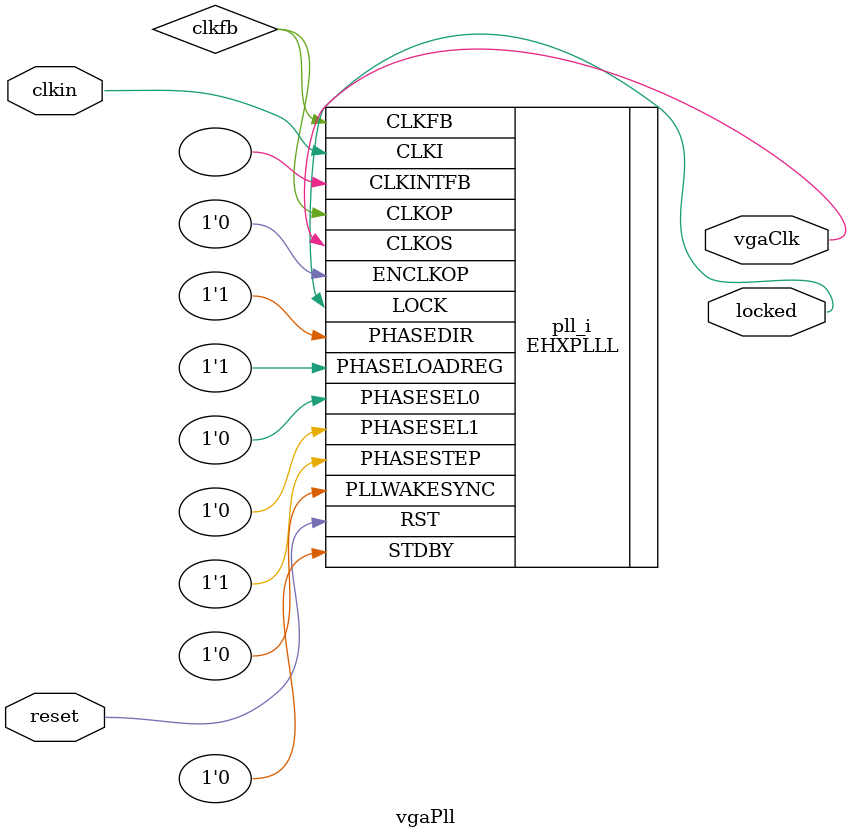
<source format=v>
module vgaPll
(
    input reset, // 0:inactive, 1:reset
    input clkin, // 48 MHz, 0 deg
    output vgaClk, // 25.1748 MHz, 0 deg
    output locked
);
wire clkfb;
(* FREQUENCY_PIN_CLKI="48" *)
(* FREQUENCY_PIN_CLKOS="25.1748" *)
(* ICP_CURRENT="12" *) (* LPF_RESISTOR="8" *) (* MFG_ENABLE_FILTEROPAMP="1" *) (* MFG_GMCREF_SEL="2" *)
EHXPLLL #(
        .PLLRST_ENA("ENABLED"),
        .INTFB_WAKE("DISABLED"),
        .STDBY_ENABLE("DISABLED"),
        .DPHASE_SOURCE("DISABLED"),
        .OUTDIVIDER_MUXA("DIVA"),
        .OUTDIVIDER_MUXB("DIVB"),
        .OUTDIVIDER_MUXC("DIVC"),
        .OUTDIVIDER_MUXD("DIVD"),
        .CLKI_DIV(13),
        .CLKOP_ENABLE("ENABLED"),
        .CLKOP_DIV(50),
        .CLKOP_CPHASE(9),
        .CLKOP_FPHASE(0),
        .CLKOS_ENABLE("ENABLED"),
        .CLKOS_DIV(22),
        .CLKOS_CPHASE(2099535392),
        .CLKOS_FPHASE(32680),
        .FEEDBK_PATH("CLKOP"),
        .CLKFB_DIV(3)
    ) pll_i (
        .RST(reset),
        .STDBY(1'b0),
        .CLKI(clkin),
        .CLKOP(clkfb),
        .CLKOS(vgaClk),
        .CLKFB(clkfb),
        .CLKINTFB(),
        .PHASESEL0(1'b0),
        .PHASESEL1(1'b0),
        .PHASEDIR(1'b1),
        .PHASESTEP(1'b1),
        .PHASELOADREG(1'b1),
        .PLLWAKESYNC(1'b0),
        .ENCLKOP(1'b0),
        .LOCK(locked)
	);
endmodule

</source>
